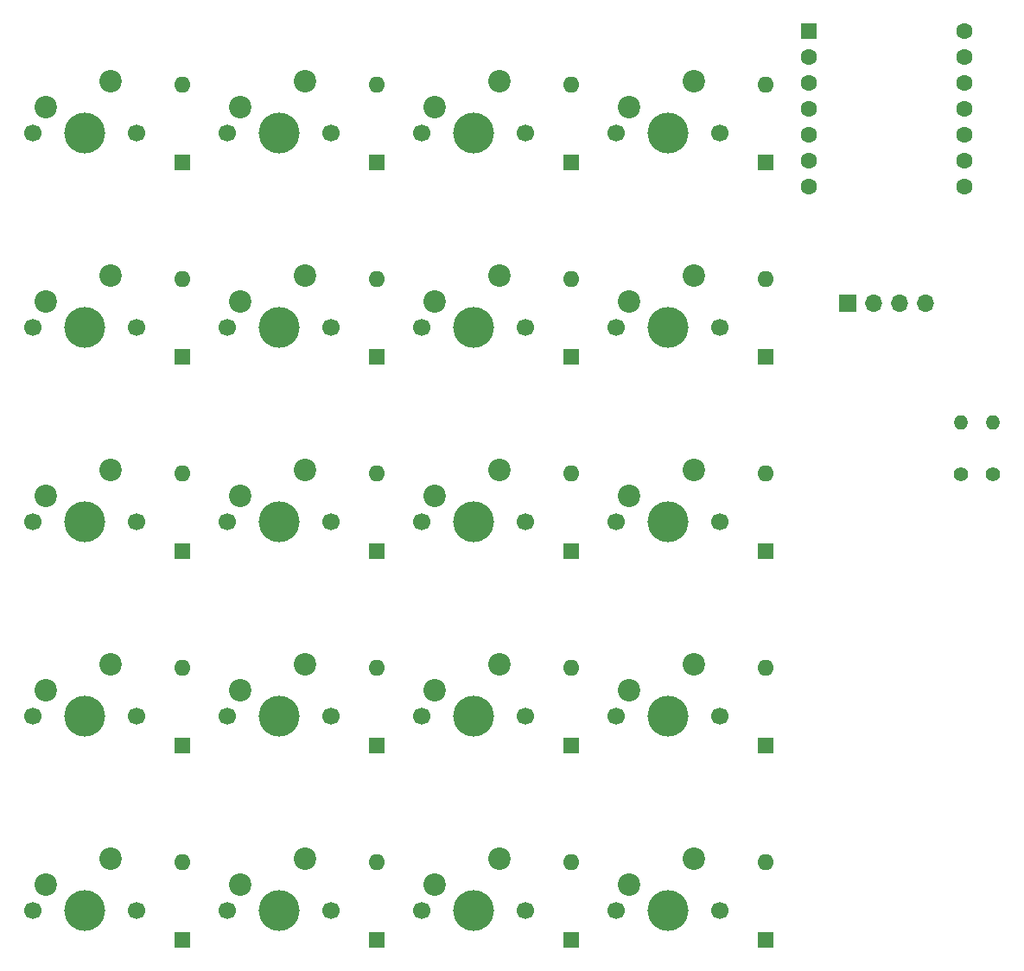
<source format=gbr>
%TF.GenerationSoftware,KiCad,Pcbnew,8.0.5*%
%TF.CreationDate,2024-10-05T13:22:53-05:00*%
%TF.ProjectId,HackPad_Neko,4861636b-5061-4645-9f4e-656b6f2e6b69,rev?*%
%TF.SameCoordinates,Original*%
%TF.FileFunction,Soldermask,Top*%
%TF.FilePolarity,Negative*%
%FSLAX46Y46*%
G04 Gerber Fmt 4.6, Leading zero omitted, Abs format (unit mm)*
G04 Created by KiCad (PCBNEW 8.0.5) date 2024-10-05 13:22:53*
%MOMM*%
%LPD*%
G01*
G04 APERTURE LIST*
%ADD10C,1.400000*%
%ADD11O,1.400000X1.400000*%
%ADD12C,2.200000*%
%ADD13C,1.700000*%
%ADD14C,4.000000*%
%ADD15R,1.700000X1.700000*%
%ADD16O,1.700000X1.700000*%
%ADD17R,1.600000X1.600000*%
%ADD18C,1.600000*%
%ADD19O,1.600000X1.600000*%
G04 APERTURE END LIST*
D10*
%TO.C,R2*%
X208000000Y-100080000D03*
D11*
X208000000Y-95000000D03*
%TD*%
D10*
%TO.C,R1*%
X204850000Y-100080000D03*
D11*
X204850000Y-95000000D03*
%TD*%
D12*
%TO.C,MX15*%
X153352500Y-121285000D03*
X159702500Y-118745000D03*
D13*
X162242500Y-123825000D03*
D14*
X157162500Y-123825000D03*
D13*
X152082500Y-123825000D03*
%TD*%
D12*
%TO.C,MX5*%
X115252500Y-83185000D03*
X121602500Y-80645000D03*
D13*
X124142500Y-85725000D03*
D14*
X119062500Y-85725000D03*
D13*
X113982500Y-85725000D03*
%TD*%
D12*
%TO.C,MX18*%
X134302500Y-140335000D03*
X140652500Y-137795000D03*
D13*
X143192500Y-142875000D03*
D14*
X138112500Y-142875000D03*
D13*
X133032500Y-142875000D03*
%TD*%
D12*
%TO.C,MX20*%
X172402500Y-140335000D03*
X178752500Y-137795000D03*
D13*
X181292500Y-142875000D03*
D14*
X176212500Y-142875000D03*
D13*
X171132500Y-142875000D03*
%TD*%
D12*
%TO.C,MX14*%
X134302500Y-121285000D03*
X140652500Y-118745000D03*
D13*
X143192500Y-123825000D03*
D14*
X138112500Y-123825000D03*
D13*
X133032500Y-123825000D03*
%TD*%
D12*
%TO.C,MX3*%
X153352500Y-64135000D03*
X159702500Y-61595000D03*
D13*
X162242500Y-66675000D03*
D14*
X157162500Y-66675000D03*
D13*
X152082500Y-66675000D03*
%TD*%
D12*
%TO.C,MX2*%
X134302500Y-64135000D03*
X140652500Y-61595000D03*
D13*
X143192500Y-66675000D03*
D14*
X138112500Y-66675000D03*
D13*
X133032500Y-66675000D03*
%TD*%
D12*
%TO.C,MX13*%
X115252500Y-121285000D03*
X121602500Y-118745000D03*
D13*
X124142500Y-123825000D03*
D14*
X119062500Y-123825000D03*
D13*
X113982500Y-123825000D03*
%TD*%
D12*
%TO.C,MX6*%
X134302500Y-83185000D03*
X140652500Y-80645000D03*
D13*
X143192500Y-85725000D03*
D14*
X138112500Y-85725000D03*
D13*
X133032500Y-85725000D03*
%TD*%
D12*
%TO.C,MX4*%
X172402500Y-64135000D03*
X178752500Y-61595000D03*
D13*
X181292500Y-66675000D03*
D14*
X176212500Y-66675000D03*
D13*
X171132500Y-66675000D03*
%TD*%
D12*
%TO.C,MX19*%
X153352500Y-140335000D03*
X159702500Y-137795000D03*
D13*
X162242500Y-142875000D03*
D14*
X157162500Y-142875000D03*
D13*
X152082500Y-142875000D03*
%TD*%
D12*
%TO.C,MX10*%
X134302500Y-102235000D03*
X140652500Y-99695000D03*
D13*
X143192500Y-104775000D03*
D14*
X138112500Y-104775000D03*
D13*
X133032500Y-104775000D03*
%TD*%
D12*
%TO.C,MX12*%
X172402500Y-102235000D03*
X178752500Y-99695000D03*
D13*
X181292500Y-104775000D03*
D14*
X176212500Y-104775000D03*
D13*
X171132500Y-104775000D03*
%TD*%
D12*
%TO.C,MX11*%
X153352500Y-102235000D03*
X159702500Y-99695000D03*
D13*
X162242500Y-104775000D03*
D14*
X157162500Y-104775000D03*
D13*
X152082500Y-104775000D03*
%TD*%
D15*
%TO.C,J1*%
X193833750Y-83343750D03*
D16*
X196373750Y-83343750D03*
X198913750Y-83343750D03*
X201453750Y-83343750D03*
%TD*%
D12*
%TO.C,MX16*%
X172402500Y-121285000D03*
X178752500Y-118745000D03*
D13*
X181292500Y-123825000D03*
D14*
X176212500Y-123825000D03*
D13*
X171132500Y-123825000D03*
%TD*%
D12*
%TO.C,MX7*%
X153352500Y-83185000D03*
X159702500Y-80645000D03*
D13*
X162242500Y-85725000D03*
D14*
X157162500Y-85725000D03*
D13*
X152082500Y-85725000D03*
%TD*%
D12*
%TO.C,MX17*%
X115252500Y-140335000D03*
X121602500Y-137795000D03*
D13*
X124142500Y-142875000D03*
D14*
X119062500Y-142875000D03*
D13*
X113982500Y-142875000D03*
%TD*%
D12*
%TO.C,MX8*%
X172402500Y-83185000D03*
X178752500Y-80645000D03*
D13*
X181292500Y-85725000D03*
D14*
X176212500Y-85725000D03*
D13*
X171132500Y-85725000D03*
%TD*%
D17*
%TO.C,U1*%
X190023750Y-56667500D03*
D18*
X190023750Y-59207500D03*
X190023750Y-61747500D03*
X190023750Y-64287500D03*
X190023750Y-66827500D03*
X190023750Y-69367500D03*
X190023750Y-71907500D03*
X205263750Y-71907500D03*
X205263750Y-69367500D03*
X205263750Y-66827500D03*
X205263750Y-64287500D03*
X205263750Y-61747500D03*
X205263750Y-59207500D03*
X205263750Y-56667500D03*
%TD*%
D12*
%TO.C,MX1*%
X115252500Y-64135000D03*
X121602500Y-61595000D03*
D13*
X124142500Y-66675000D03*
D14*
X119062500Y-66675000D03*
D13*
X113982500Y-66675000D03*
%TD*%
D12*
%TO.C,MX9*%
X115252500Y-102235000D03*
X121602500Y-99695000D03*
D13*
X124142500Y-104775000D03*
D14*
X119062500Y-104775000D03*
D13*
X113982500Y-104775000D03*
%TD*%
D17*
%TO.C,D10*%
X147637500Y-107632500D03*
D19*
X147637500Y-100012500D03*
%TD*%
D17*
%TO.C,D1*%
X128587500Y-69532500D03*
D19*
X128587500Y-61912500D03*
%TD*%
D17*
%TO.C,D19*%
X166687500Y-145732500D03*
D19*
X166687500Y-138112500D03*
%TD*%
D17*
%TO.C,D13*%
X128587500Y-126682500D03*
D19*
X128587500Y-119062500D03*
%TD*%
D17*
%TO.C,D18*%
X147637500Y-145732500D03*
D19*
X147637500Y-138112500D03*
%TD*%
D17*
%TO.C,D2*%
X147637500Y-69532500D03*
D19*
X147637500Y-61912500D03*
%TD*%
D17*
%TO.C,D11*%
X166687500Y-107632500D03*
D19*
X166687500Y-100012500D03*
%TD*%
D17*
%TO.C,D3*%
X166687500Y-69532500D03*
D19*
X166687500Y-61912500D03*
%TD*%
D17*
%TO.C,D17*%
X128587500Y-145732500D03*
D19*
X128587500Y-138112500D03*
%TD*%
D17*
%TO.C,D16*%
X185737500Y-126682500D03*
D19*
X185737500Y-119062500D03*
%TD*%
D17*
%TO.C,D9*%
X128587500Y-107632500D03*
D19*
X128587500Y-100012500D03*
%TD*%
D17*
%TO.C,D12*%
X185737500Y-107632500D03*
D19*
X185737500Y-100012500D03*
%TD*%
D17*
%TO.C,D6*%
X147637500Y-88582500D03*
D19*
X147637500Y-80962500D03*
%TD*%
D17*
%TO.C,D7*%
X166687500Y-88582500D03*
D19*
X166687500Y-80962500D03*
%TD*%
D17*
%TO.C,D14*%
X147637500Y-126682500D03*
D19*
X147637500Y-119062500D03*
%TD*%
D17*
%TO.C,D20*%
X185737500Y-145732500D03*
D19*
X185737500Y-138112500D03*
%TD*%
D17*
%TO.C,D4*%
X185737500Y-69532500D03*
D19*
X185737500Y-61912500D03*
%TD*%
D17*
%TO.C,D8*%
X185737500Y-88582500D03*
D19*
X185737500Y-80962500D03*
%TD*%
D17*
%TO.C,D15*%
X166687500Y-126682500D03*
D19*
X166687500Y-119062500D03*
%TD*%
D17*
%TO.C,D5*%
X128587500Y-88582500D03*
D19*
X128587500Y-80962500D03*
%TD*%
M02*

</source>
